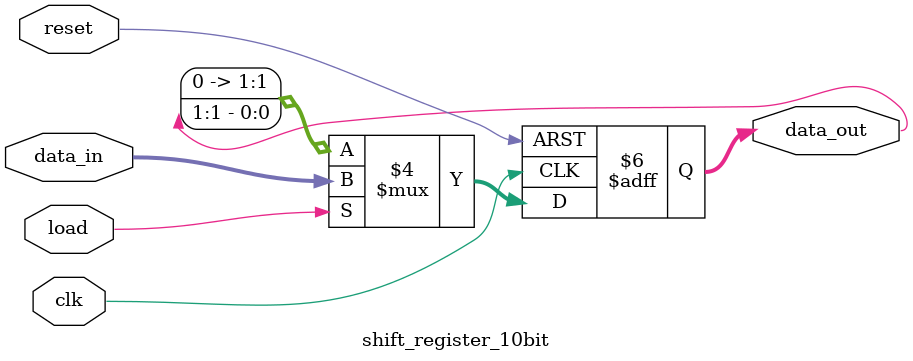
<source format=v>
module shift_register_10bit(
    input clk,            // Clock input
    input reset,          // Reset input
    input [1:0] data_in,  // 10-bit input data
    input load,           // Load input to load data
    output reg [1:0] data_out // 10-bit shifted output data
);

    // On rising edge of clock or high reset
    always @(posedge clk or posedge reset) begin
        if (reset) begin
            // Reset the shift register to all zeros
            data_out <= 2'b0;
        end
        else if (load) begin
            // Load the input data into the register
            data_out <= data_in;
        end
        else begin
            // Shift right on each clock cycle
            data_out <= data_out >> 1;
        end
    end

endmodule
</source>
